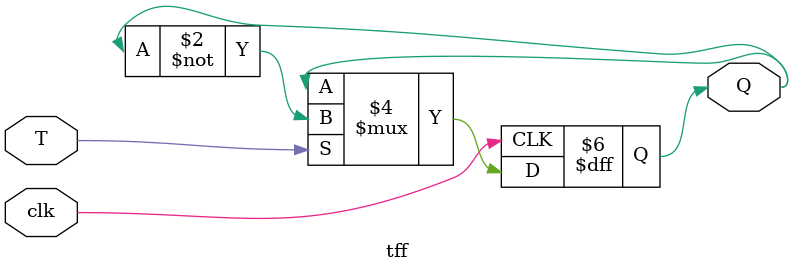
<source format=v>


module tff(
    input T,
    input clk,
    output reg Q
    );
    initial Q = 0;
    always @(posedge clk)
    begin
        if(T)
            Q <= ~Q;
    end
endmodule

</source>
